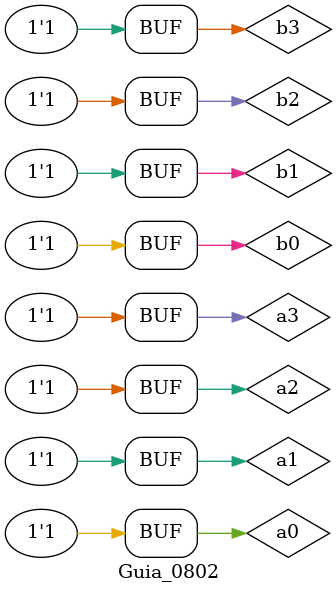
<source format=v>
/* 
Guia_0802.v 
855842 - Mateus Resende Ottoni

iverilog -o Guia_0802.vvp Guia_0802.v
vvp Guia_0802.vvp
*/



// Meia Diferença
//----------------------------------------
module half_difference (output s0, output s1,
                   input a, b);

// Saída 1
   xor XOR (	s0,	a,	b);

// Saída 2
   not NOT ( not_a,     a);
   and AND (	s1, not_a,	b);

endmodule
//----------------------------------------

// Diferença completa
//----------------------------------------
module full_difference (output s0, output s1,
                   input a, b, c);

// Dados locais
wire w01, w11, w12;

// Processo
half_difference HD1 ( w01, w11,   a,   b);
half_difference HD2 (  s1, w12, w01,   c); // Saída s1
or         OR  (  s0,      w11, w12); // Saída s0



endmodule
//----------------------------------------

// Modulo de diferença
//----------------------------------------
module f02 (output s1, output s2, output s3,
            output s4, output s5,
            input  a0, b0, a1, b1,
                   a2, b2, a3, b3);

// Dados locais
reg valor0 = 1'b0;
wire res01, res02, res03;

// Processo
full_difference FD1 ( res01, s1, a0, b0, valor0); // Saída s1
full_difference FD2 ( res02, s2, a1, b1,  res01); // Saída s2
full_difference FD3 ( res03, s3, a2, b2,  res02); // Saída s3
full_difference FD4 (    s5, s4, a3, b3,  res03); // Saída s4 e s5

endmodule
//----------------------------------------




// Modulo principal
module Guia_0802; 

// Definir dados
reg a0, b0, a1, b1, a2, b2, a3, b3;
wire w1, w2, w3, w4, w5;

f02    f02_ (w1, w2, w3, w4, w5,
             a0, b0, a1, b1, a2, b2, a3, b3);


 initial
  begin
   a0     = 1'b0;
   b0     = 1'b0;
   a1     = 1'b0;
   b1     = 1'b0;
   a2     = 1'b0;
   b2     = 1'b0;
   a3     = 1'b0;
   b3     = 1'b0;
  end


// Main 
initial 
begin : main 

$display ( "Guia_0802" );

/*	Mostrar valores em tabela				*/
$display ( "" );
$display ( "______________________________" );
$display ( "||    a |    b || diferenca ||" );
$display ( "||------|------||-----------||" );
$monitor ( "|| %b%b%b%b | %b%b%b%b ||     %b%b%b%b%b ||",
              a3, a2, a1, a0,
                         b3, b2, b1, b0,
                                     w5, w4, w3, w2, w1 );
/*								*/

/*	Atualizar valores ( a = 00)	*/

#1;  b0 = 1'b1;
#1;  b0 = 1'b0; b1 = 1'b1;
#1;  b0 = 1'b1;
#1;  b0 = 1'b0; b1 = 1'b0; b2 = 1'b1;
#1;  b0 = 1'b1;
#1;  b0 = 1'b0; b1 = 1'b1;
#1;  b0 = 1'b1;
#1;  b0 = 1'b0; b1 = 1'b0; b2 = 1'b0; b3 = 1'b1;
#1;  b0 = 1'b1;
#1;  b0 = 1'b0; b1 = 1'b1;
#1;  b0 = 1'b1;
#1;  b0 = 1'b0; b1 = 1'b0; b2 = 1'b1;
#1;  b0 = 1'b1;
#1;  b0 = 1'b0; b1 = 1'b1;
#1;  b0 = 1'b1;

/*					*/

/*	Atualizar valores ( a = 01)	*/

#1;  a0 = 1'b1;
     b0 = 1'b0; b1 = 1'b0; b2 = 1'b0; b3 = 1'b0;

#1;  b0 = 1'b1;
#1;  b0 = 1'b0; b1 = 1'b1;
#1;  b0 = 1'b1;
#1;  b0 = 1'b0; b1 = 1'b0; b2 = 1'b1;
#1;  b0 = 1'b1;
#1;  b0 = 1'b0; b1 = 1'b1;
#1;  b0 = 1'b1;
#1;  b0 = 1'b0; b1 = 1'b0; b2 = 1'b0; b3 = 1'b1;
#1;  b0 = 1'b1;
#1;  b0 = 1'b0; b1 = 1'b1;
#1;  b0 = 1'b1;
#1;  b0 = 1'b0; b1 = 1'b0; b2 = 1'b1;
#1;  b0 = 1'b1;
#1;  b0 = 1'b0; b1 = 1'b1;
#1;  b0 = 1'b1;

/*					*/

/*	Atualizar valores ( a = 02)	*/

#1;  a0 = 1'b0; a1 = 1'b1;
     b0 = 1'b0; b1 = 1'b0; b2 = 1'b0; b3 = 1'b0;

#1;  b0 = 1'b1;
#1;  b0 = 1'b0; b1 = 1'b1;
#1;  b0 = 1'b1;
#1;  b0 = 1'b0; b1 = 1'b0; b2 = 1'b1;
#1;  b0 = 1'b1;
#1;  b0 = 1'b0; b1 = 1'b1;
#1;  b0 = 1'b1;
#1;  b0 = 1'b0; b1 = 1'b0; b2 = 1'b0; b3 = 1'b1;
#1;  b0 = 1'b1;
#1;  b0 = 1'b0; b1 = 1'b1;
#1;  b0 = 1'b1;
#1;  b0 = 1'b0; b1 = 1'b0; b2 = 1'b1;
#1;  b0 = 1'b1;
#1;  b0 = 1'b0; b1 = 1'b1;
#1;  b0 = 1'b1;

/*					*/

/*	Atualizar valores ( a = 03)	*/

#1;  a0 = 1'b1;
     b0 = 1'b0; b1 = 1'b0; b2 = 1'b0; b3 = 1'b0;

#1;  b0 = 1'b1;
#1;  b0 = 1'b0; b1 = 1'b1;
#1;  b0 = 1'b1;
#1;  b0 = 1'b0; b1 = 1'b0; b2 = 1'b1;
#1;  b0 = 1'b1;
#1;  b0 = 1'b0; b1 = 1'b1;
#1;  b0 = 1'b1;
#1;  b0 = 1'b0; b1 = 1'b0; b2 = 1'b0; b3 = 1'b1;
#1;  b0 = 1'b1;
#1;  b0 = 1'b0; b1 = 1'b1;
#1;  b0 = 1'b1;
#1;  b0 = 1'b0; b1 = 1'b0; b2 = 1'b1;
#1;  b0 = 1'b1;
#1;  b0 = 1'b0; b1 = 1'b1;
#1;  b0 = 1'b1;

/*					*/

/*	Atualizar valores ( a = 04)	*/

#1;  a0 = 1'b0; a1 = 1'b0; a2 = 1'b1;
     b0 = 1'b0; b1 = 1'b0; b2 = 1'b0; b3 = 1'b0;

#1;  b0 = 1'b1;
#1;  b0 = 1'b0; b1 = 1'b1;
#1;  b0 = 1'b1;
#1;  b0 = 1'b0; b1 = 1'b0; b2 = 1'b1;
#1;  b0 = 1'b1;
#1;  b0 = 1'b0; b1 = 1'b1;
#1;  b0 = 1'b1;
#1;  b0 = 1'b0; b1 = 1'b0; b2 = 1'b0; b3 = 1'b1;
#1;  b0 = 1'b1;
#1;  b0 = 1'b0; b1 = 1'b1;
#1;  b0 = 1'b1;
#1;  b0 = 1'b0; b1 = 1'b0; b2 = 1'b1;
#1;  b0 = 1'b1;
#1;  b0 = 1'b0; b1 = 1'b1;
#1;  b0 = 1'b1;

/*					*/

/*	Atualizar valores ( a = 05)	*/

#1;  a0 = 1'b1;
     b0 = 1'b0; b1 = 1'b0; b2 = 1'b0; b3 = 1'b0;

#1;  b0 = 1'b1;
#1;  b0 = 1'b0; b1 = 1'b1;
#1;  b0 = 1'b1;
#1;  b0 = 1'b0; b1 = 1'b0; b2 = 1'b1;
#1;  b0 = 1'b1;
#1;  b0 = 1'b0; b1 = 1'b1;
#1;  b0 = 1'b1;
#1;  b0 = 1'b0; b1 = 1'b0; b2 = 1'b0; b3 = 1'b1;
#1;  b0 = 1'b1;
#1;  b0 = 1'b0; b1 = 1'b1;
#1;  b0 = 1'b1;
#1;  b0 = 1'b0; b1 = 1'b0; b2 = 1'b1;
#1;  b0 = 1'b1;
#1;  b0 = 1'b0; b1 = 1'b1;
#1;  b0 = 1'b1;

/*					*/

/*	Atualizar valores ( a = 06)	*/

#1;  a0 = 1'b0; a1 = 1'b1;
     b0 = 1'b0; b1 = 1'b0; b2 = 1'b0; b3 = 1'b0;

#1;  b0 = 1'b1;
#1;  b0 = 1'b0; b1 = 1'b1;
#1;  b0 = 1'b1;
#1;  b0 = 1'b0; b1 = 1'b0; b2 = 1'b1;
#1;  b0 = 1'b1;
#1;  b0 = 1'b0; b1 = 1'b1;
#1;  b0 = 1'b1;
#1;  b0 = 1'b0; b1 = 1'b0; b2 = 1'b0; b3 = 1'b1;
#1;  b0 = 1'b1;
#1;  b0 = 1'b0; b1 = 1'b1;
#1;  b0 = 1'b1;
#1;  b0 = 1'b0; b1 = 1'b0; b2 = 1'b1;
#1;  b0 = 1'b1;
#1;  b0 = 1'b0; b1 = 1'b1;
#1;  b0 = 1'b1;

/*					*/

/*	Atualizar valores ( a = 07)	*/

#1;  a0 = 1'b1;
     b0 = 1'b0; b1 = 1'b0; b2 = 1'b0; b3 = 1'b0;

#1;  b0 = 1'b1;
#1;  b0 = 1'b0; b1 = 1'b1;
#1;  b0 = 1'b1;
#1;  b0 = 1'b0; b1 = 1'b0; b2 = 1'b1;
#1;  b0 = 1'b1;
#1;  b0 = 1'b0; b1 = 1'b1;
#1;  b0 = 1'b1;
#1;  b0 = 1'b0; b1 = 1'b0; b2 = 1'b0; b3 = 1'b1;
#1;  b0 = 1'b1;
#1;  b0 = 1'b0; b1 = 1'b1;
#1;  b0 = 1'b1;
#1;  b0 = 1'b0; b1 = 1'b0; b2 = 1'b1;
#1;  b0 = 1'b1;
#1;  b0 = 1'b0; b1 = 1'b1;
#1;  b0 = 1'b1;

/*					*/

/*	Atualizar valores ( a = 08)	*/

#1;  a0 = 1'b0; a1 = 1'b0; a2 = 1'b0; a3 = 1'b1;
     b0 = 1'b0; b1 = 1'b0; b2 = 1'b0; b3 = 1'b0;

#1;  b0 = 1'b1;
#1;  b0 = 1'b0; b1 = 1'b1;
#1;  b0 = 1'b1;
#1;  b0 = 1'b0; b1 = 1'b0; b2 = 1'b1;
#1;  b0 = 1'b1;
#1;  b0 = 1'b0; b1 = 1'b1;
#1;  b0 = 1'b1;
#1;  b0 = 1'b0; b1 = 1'b0; b2 = 1'b0; b3 = 1'b1;
#1;  b0 = 1'b1;
#1;  b0 = 1'b0; b1 = 1'b1;
#1;  b0 = 1'b1;
#1;  b0 = 1'b0; b1 = 1'b0; b2 = 1'b1;
#1;  b0 = 1'b1;
#1;  b0 = 1'b0; b1 = 1'b1;
#1;  b0 = 1'b1;

/*					*/

/*	Atualizar valores ( a = 09)	*/

#1;  a0 = 1'b1;
     b0 = 1'b0; b1 = 1'b0; b2 = 1'b0; b3 = 1'b0;

#1;  b0 = 1'b1;
#1;  b0 = 1'b0; b1 = 1'b1;
#1;  b0 = 1'b1;
#1;  b0 = 1'b0; b1 = 1'b0; b2 = 1'b1;
#1;  b0 = 1'b1;
#1;  b0 = 1'b0; b1 = 1'b1;
#1;  b0 = 1'b1;
#1;  b0 = 1'b0; b1 = 1'b0; b2 = 1'b0; b3 = 1'b1;
#1;  b0 = 1'b1;
#1;  b0 = 1'b0; b1 = 1'b1;
#1;  b0 = 1'b1;
#1;  b0 = 1'b0; b1 = 1'b0; b2 = 1'b1;
#1;  b0 = 1'b1;
#1;  b0 = 1'b0; b1 = 1'b1;
#1;  b0 = 1'b1;

/*					*/

/*	Atualizar valores ( a = 10)	*/

#1;  a0 = 1'b0; a1 = 1'b1;
     b0 = 1'b0; b1 = 1'b0; b2 = 1'b0; b3 = 1'b0;

#1;  b0 = 1'b1;
#1;  b0 = 1'b0; b1 = 1'b1;
#1;  b0 = 1'b1;
#1;  b0 = 1'b0; b1 = 1'b0; b2 = 1'b1;
#1;  b0 = 1'b1;
#1;  b0 = 1'b0; b1 = 1'b1;
#1;  b0 = 1'b1;
#1;  b0 = 1'b0; b1 = 1'b0; b2 = 1'b0; b3 = 1'b1;
#1;  b0 = 1'b1;
#1;  b0 = 1'b0; b1 = 1'b1;
#1;  b0 = 1'b1;
#1;  b0 = 1'b0; b1 = 1'b0; b2 = 1'b1;
#1;  b0 = 1'b1;
#1;  b0 = 1'b0; b1 = 1'b1;
#1;  b0 = 1'b1;

/*					*/

/*	Atualizar valores ( a = 11)	*/

#1;  a0 = 1'b1;
     b0 = 1'b0; b1 = 1'b0; b2 = 1'b0; b3 = 1'b0;

#1;  b0 = 1'b1;
#1;  b0 = 1'b0; b1 = 1'b1;
#1;  b0 = 1'b1;
#1;  b0 = 1'b0; b1 = 1'b0; b2 = 1'b1;
#1;  b0 = 1'b1;
#1;  b0 = 1'b0; b1 = 1'b1;
#1;  b0 = 1'b1;
#1;  b0 = 1'b0; b1 = 1'b0; b2 = 1'b0; b3 = 1'b1;
#1;  b0 = 1'b1;
#1;  b0 = 1'b0; b1 = 1'b1;
#1;  b0 = 1'b1;
#1;  b0 = 1'b0; b1 = 1'b0; b2 = 1'b1;
#1;  b0 = 1'b1;
#1;  b0 = 1'b0; b1 = 1'b1;
#1;  b0 = 1'b1;

/*					*/

/*	Atualizar valores ( a = 12)	*/

#1;  a0 = 1'b0; a1 = 1'b0; a2 = 1'b1;
     b0 = 1'b0; b1 = 1'b0; b2 = 1'b0; b3 = 1'b0;

#1;  b0 = 1'b1;
#1;  b0 = 1'b0; b1 = 1'b1;
#1;  b0 = 1'b1;
#1;  b0 = 1'b0; b1 = 1'b0; b2 = 1'b1;
#1;  b0 = 1'b1;
#1;  b0 = 1'b0; b1 = 1'b1;
#1;  b0 = 1'b1;
#1;  b0 = 1'b0; b1 = 1'b0; b2 = 1'b0; b3 = 1'b1;
#1;  b0 = 1'b1;
#1;  b0 = 1'b0; b1 = 1'b1;
#1;  b0 = 1'b1;
#1;  b0 = 1'b0; b1 = 1'b0; b2 = 1'b1;
#1;  b0 = 1'b1;
#1;  b0 = 1'b0; b1 = 1'b1;
#1;  b0 = 1'b1;

/*					*/

/*	Atualizar valores ( a = 13)	*/

#1;  a0 = 1'b1;
     b0 = 1'b0; b1 = 1'b0; b2 = 1'b0; b3 = 1'b0;

#1;  b0 = 1'b1;
#1;  b0 = 1'b0; b1 = 1'b1;
#1;  b0 = 1'b1;
#1;  b0 = 1'b0; b1 = 1'b0; b2 = 1'b1;
#1;  b0 = 1'b1;
#1;  b0 = 1'b0; b1 = 1'b1;
#1;  b0 = 1'b1;
#1;  b0 = 1'b0; b1 = 1'b0; b2 = 1'b0; b3 = 1'b1;
#1;  b0 = 1'b1;
#1;  b0 = 1'b0; b1 = 1'b1;
#1;  b0 = 1'b1;
#1;  b0 = 1'b0; b1 = 1'b0; b2 = 1'b1;
#1;  b0 = 1'b1;
#1;  b0 = 1'b0; b1 = 1'b1;
#1;  b0 = 1'b1;

/*					*/

/*	Atualizar valores ( a = 14)	*/

#1;  a0 = 1'b0; a1 = 1'b1;
     b0 = 1'b0; b1 = 1'b0; b2 = 1'b0; b3 = 1'b0;

#1;  b0 = 1'b1;
#1;  b0 = 1'b0; b1 = 1'b1;
#1;  b0 = 1'b1;
#1;  b0 = 1'b0; b1 = 1'b0; b2 = 1'b1;
#1;  b0 = 1'b1;
#1;  b0 = 1'b0; b1 = 1'b1;
#1;  b0 = 1'b1;
#1;  b0 = 1'b0; b1 = 1'b0; b2 = 1'b0; b3 = 1'b1;
#1;  b0 = 1'b1;
#1;  b0 = 1'b0; b1 = 1'b1;
#1;  b0 = 1'b1;
#1;  b0 = 1'b0; b1 = 1'b0; b2 = 1'b1;
#1;  b0 = 1'b1;
#1;  b0 = 1'b0; b1 = 1'b1;
#1;  b0 = 1'b1;

/*					*/

/*	Atualizar valores ( a = 15)	*/

#1;  a0 = 1'b1;
     b0 = 1'b0; b1 = 1'b0; b2 = 1'b0; b3 = 1'b0;

#1;  b0 = 1'b1;
#1;  b0 = 1'b0; b1 = 1'b1;
#1;  b0 = 1'b1;
#1;  b0 = 1'b0; b1 = 1'b0; b2 = 1'b1;
#1;  b0 = 1'b1;
#1;  b0 = 1'b0; b1 = 1'b1;
#1;  b0 = 1'b1;
#1;  b0 = 1'b0; b1 = 1'b0; b2 = 1'b0; b3 = 1'b1;
#1;  b0 = 1'b1;
#1;  b0 = 1'b0; b1 = 1'b1;
#1;  b0 = 1'b1;
#1;  b0 = 1'b0; b1 = 1'b0; b2 = 1'b1;
#1;  b0 = 1'b1;
#1;  b0 = 1'b0; b1 = 1'b1;
#1;  b0 = 1'b1;

/*					*/



end // main 

endmodule // Guia_0802

/*	Previsão de Testes 		*/
/*


______________________________
||    a |    b || diferenca ||
||------|------||-----------||
|| 0000 | 0000 ||     00000 ||
|| 0000 | 0001 ||     11111 ||
|| 0000 | 0010 ||     11110 ||
|| 0000 | 0011 ||     11101 ||
|| 0000 | 0100 ||     11100 ||
|| 0000 | 0101 ||     11011 ||
|| 0000 | 0110 ||     11010 ||
|| 0000 | 0111 ||     11001 ||
|| 0000 | 1000 ||     11000 ||
|| 0000 | 1001 ||     10111 ||
|| 0000 | 1010 ||     10110 ||
|| 0000 | 1011 ||     10101 ||
|| 0000 | 1100 ||     10100 ||
|| 0000 | 1101 ||     10011 ||
|| 0000 | 1110 ||     10010 ||
|| 0000 | 1111 ||     10001 ||
|| 0001 | 0000 ||     00001 ||
|| 0001 | 0001 ||     00000 ||
|| 0001 | 0010 ||     11111 ||
|| 0001 | 0011 ||     11110 ||
|| 0001 | 0100 ||     11101 ||
|| 0001 | 0101 ||     11100 ||
|| 0001 | 0110 ||     11011 ||
|| 0001 | 0111 ||     11010 ||
|| 0001 | 1000 ||     11001 ||
|| 0001 | 1001 ||     11000 ||
|| 0001 | 1010 ||     10111 ||
|| 0001 | 1011 ||     10110 ||
|| 0001 | 1100 ||     10101 ||
|| 0001 | 1101 ||     10100 ||
|| 0001 | 1110 ||     10011 ||
|| 0001 | 1111 ||     10010 ||
|| 0010 | 0000 ||     00010 ||
|| 0010 | 0001 ||     00001 ||
|| 0010 | 0010 ||     00000 ||
|| 0010 | 0011 ||     11111 ||
|| 0010 | 0100 ||     11110 ||
|| 0010 | 0101 ||     11101 ||
|| 0010 | 0110 ||     11100 ||
|| 0010 | 0111 ||     11011 ||
|| 0010 | 1000 ||     11010 ||
|| 0010 | 1001 ||     11001 ||
|| 0010 | 1010 ||     11000 ||
|| 0010 | 1011 ||     10111 ||
|| 0010 | 1100 ||     10110 ||
|| 0010 | 1101 ||     10101 ||
|| 0010 | 1110 ||     10100 ||
|| 0010 | 1111 ||     10011 ||
|| 0011 | 0000 ||     00011 ||
|| 0011 | 0001 ||     00010 ||
|| 0011 | 0010 ||     00001 ||
|| 0011 | 0011 ||     00000 ||
|| 0011 | 0100 ||     11111 ||
|| 0011 | 0101 ||     11110 ||
|| 0011 | 0110 ||     11101 ||
|| 0011 | 0111 ||     11100 ||
|| 0011 | 1000 ||     11011 ||
|| 0011 | 1001 ||     11010 ||
|| 0011 | 1010 ||     11001 ||
|| 0011 | 1011 ||     11000 ||
|| 0011 | 1100 ||     10111 ||
|| 0011 | 1101 ||     10110 ||
|| 0011 | 1110 ||     10101 ||
|| 0011 | 1111 ||     10100 ||
|| 0100 | 0000 ||     00100 ||
|| 0100 | 0001 ||     00011 ||
|| 0100 | 0010 ||     00010 ||
|| 0100 | 0011 ||     00001 ||
|| 0100 | 0100 ||     00000 ||
|| 0100 | 0101 ||     11111 ||
|| 0100 | 0110 ||     11110 ||
|| 0100 | 0111 ||     11101 ||
|| 0100 | 1000 ||     11100 ||
|| 0100 | 1001 ||     11011 ||
|| 0100 | 1010 ||     11010 ||
|| 0100 | 1011 ||     11001 ||
|| 0100 | 1100 ||     11000 ||
|| 0100 | 1101 ||     10111 ||
|| 0100 | 1110 ||     10110 ||
|| 0100 | 1111 ||     10101 ||
|| 0101 | 0000 ||     00101 ||
|| 0101 | 0001 ||     00100 ||
|| 0101 | 0010 ||     00011 ||
|| 0101 | 0011 ||     00010 ||
|| 0101 | 0100 ||     00001 ||
|| 0101 | 0101 ||     00000 ||
|| 0101 | 0110 ||     11111 ||
|| 0101 | 0111 ||     11110 ||
|| 0101 | 1000 ||     11101 ||
|| 0101 | 1001 ||     11100 ||
|| 0101 | 1010 ||     11011 ||
|| 0101 | 1011 ||     11010 ||
|| 0101 | 1100 ||     11001 ||
|| 0101 | 1101 ||     11000 ||
|| 0101 | 1110 ||     10111 ||
|| 0101 | 1111 ||     10110 ||
|| 0110 | 0000 ||     00110 ||
|| 0110 | 0001 ||     00101 ||
|| 0110 | 0010 ||     00100 ||
|| 0110 | 0011 ||     00011 ||
|| 0110 | 0100 ||     00010 ||
|| 0110 | 0101 ||     00001 ||
|| 0110 | 0110 ||     00000 ||
|| 0110 | 0111 ||     11111 ||
|| 0110 | 1000 ||     11110 ||
|| 0110 | 1001 ||     11101 ||
|| 0110 | 1010 ||     11100 ||
|| 0110 | 1011 ||     11011 ||
|| 0110 | 1100 ||     11010 ||
|| 0110 | 1101 ||     11001 ||
|| 0110 | 1110 ||     11000 ||
|| 0110 | 1111 ||     10111 ||
|| 0111 | 0000 ||     00111 ||
|| 0111 | 0001 ||     00110 ||
|| 0111 | 0010 ||     00101 ||
|| 0111 | 0011 ||     00100 ||
|| 0111 | 0100 ||     00011 ||
|| 0111 | 0101 ||     00010 ||
|| 0111 | 0110 ||     00001 ||
|| 0111 | 0111 ||     00000 ||
|| 0111 | 1000 ||     11111 ||
|| 0111 | 1001 ||     11110 ||
|| 0111 | 1010 ||     11101 ||
|| 0111 | 1011 ||     11100 ||
|| 0111 | 1100 ||     11011 ||
|| 0111 | 1101 ||     11010 ||
|| 0111 | 1110 ||     11001 ||
|| 0111 | 1111 ||     11000 ||
|| 1000 | 0000 ||     01000 ||
|| 1000 | 0001 ||     00111 ||
|| 1000 | 0010 ||     00110 ||
|| 1000 | 0011 ||     00101 ||
|| 1000 | 0100 ||     00100 ||
|| 1000 | 0101 ||     00011 ||
|| 1000 | 0110 ||     00010 ||
|| 1000 | 0111 ||     00001 ||
|| 1000 | 1000 ||     00000 ||
|| 1000 | 1001 ||     11111 ||
|| 1000 | 1010 ||     11110 ||
|| 1000 | 1011 ||     11101 ||
|| 1000 | 1100 ||     11100 ||
|| 1000 | 1101 ||     11011 ||
|| 1000 | 1110 ||     11010 ||
|| 1000 | 1111 ||     11001 ||
|| 1001 | 0000 ||     01001 ||
|| 1001 | 0001 ||     01000 ||
|| 1001 | 0010 ||     00111 ||
|| 1001 | 0011 ||     00110 ||
|| 1001 | 0100 ||     00101 ||
|| 1001 | 0101 ||     00100 ||
|| 1001 | 0110 ||     00011 ||
|| 1001 | 0111 ||     00010 ||
|| 1001 | 1000 ||     00001 ||
|| 1001 | 1001 ||     00000 ||
|| 1001 | 1010 ||     11111 ||
|| 1001 | 1011 ||     11110 ||
|| 1001 | 1100 ||     11101 ||
|| 1001 | 1101 ||     11100 ||
|| 1001 | 1110 ||     11011 ||
|| 1001 | 1111 ||     11010 ||
|| 1010 | 0000 ||     01010 ||
|| 1010 | 0001 ||     01001 ||
|| 1010 | 0010 ||     01000 ||
|| 1010 | 0011 ||     00111 ||
|| 1010 | 0100 ||     00110 ||
|| 1010 | 0101 ||     00101 ||
|| 1010 | 0110 ||     00100 ||
|| 1010 | 0111 ||     00011 ||
|| 1010 | 1000 ||     00010 ||
|| 1010 | 1001 ||     00001 ||
|| 1010 | 1010 ||     00000 ||
|| 1010 | 1011 ||     11111 ||
|| 1010 | 1100 ||     11110 ||
|| 1010 | 1101 ||     11101 ||
|| 1010 | 1110 ||     11100 ||
|| 1010 | 1111 ||     11011 ||
|| 1011 | 0000 ||     01011 ||
|| 1011 | 0001 ||     01010 ||
|| 1011 | 0010 ||     01001 ||
|| 1011 | 0011 ||     01000 ||
|| 1011 | 0100 ||     00111 ||
|| 1011 | 0101 ||     00110 ||
|| 1011 | 0110 ||     00101 ||
|| 1011 | 0111 ||     00100 ||
|| 1011 | 1000 ||     00011 ||
|| 1011 | 1001 ||     00010 ||
|| 1011 | 1010 ||     00001 ||
|| 1011 | 1011 ||     00000 ||
|| 1011 | 1100 ||     11111 ||
|| 1011 | 1101 ||     11110 ||
|| 1011 | 1110 ||     11101 ||
|| 1011 | 1111 ||     11100 ||
|| 1100 | 0000 ||     01100 ||
|| 1100 | 0001 ||     01011 ||
|| 1100 | 0010 ||     01010 ||
|| 1100 | 0011 ||     01001 ||
|| 1100 | 0100 ||     01000 ||
|| 1100 | 0101 ||     00111 ||
|| 1100 | 0110 ||     00110 ||
|| 1100 | 0111 ||     00101 ||
|| 1100 | 1000 ||     00100 ||
|| 1100 | 1001 ||     00011 ||
|| 1100 | 1010 ||     00010 ||
|| 1100 | 1011 ||     00001 ||
|| 1100 | 1100 ||     00000 ||
|| 1100 | 1101 ||     11111 ||
|| 1100 | 1110 ||     11110 ||
|| 1100 | 1111 ||     11101 ||
|| 1101 | 0000 ||     01101 ||
|| 1101 | 0001 ||     01100 ||
|| 1101 | 0010 ||     01011 ||
|| 1101 | 0011 ||     01010 ||
|| 1101 | 0100 ||     01001 ||
|| 1101 | 0101 ||     01000 ||
|| 1101 | 0110 ||     00111 ||
|| 1101 | 0111 ||     00110 ||
|| 1101 | 1000 ||     00101 ||
|| 1101 | 1001 ||     00100 ||
|| 1101 | 1010 ||     00011 ||
|| 1101 | 1011 ||     00010 ||
|| 1101 | 1100 ||     00001 ||
|| 1101 | 1101 ||     00000 ||
|| 1101 | 1110 ||     11111 ||
|| 1101 | 1111 ||     11110 ||
|| 1110 | 0000 ||     01110 ||
|| 1110 | 0001 ||     01101 ||
|| 1110 | 0010 ||     01100 ||
|| 1110 | 0011 ||     01011 ||
|| 1110 | 0100 ||     01010 ||
|| 1110 | 0101 ||     01001 ||
|| 1110 | 0110 ||     01000 ||
|| 1110 | 0111 ||     00111 ||
|| 1110 | 1000 ||     00110 ||
|| 1110 | 1001 ||     00101 ||
|| 1110 | 1010 ||     00100 ||
|| 1110 | 1011 ||     00011 ||
|| 1110 | 1100 ||     00010 ||
|| 1110 | 1101 ||     00001 ||
|| 1110 | 1110 ||     00000 ||
|| 1110 | 1111 ||     11111 ||
|| 1111 | 0000 ||     01111 ||
|| 1111 | 0001 ||     01110 ||
|| 1111 | 0010 ||     01101 ||
|| 1111 | 0011 ||     01100 ||
|| 1111 | 0100 ||     01011 ||
|| 1111 | 0101 ||     01010 ||
|| 1111 | 0110 ||     01001 ||
|| 1111 | 0111 ||     01000 ||
|| 1111 | 1000 ||     00111 ||
|| 1111 | 1001 ||     00110 ||
|| 1111 | 1010 ||     00101 ||
|| 1111 | 1011 ||     00100 ||
|| 1111 | 1100 ||     00011 ||
|| 1111 | 1101 ||     00010 ||
|| 1111 | 1110 ||     00001 ||
|| 1111 | 1111 ||     00000 ||


*/
/*					*/

</source>
